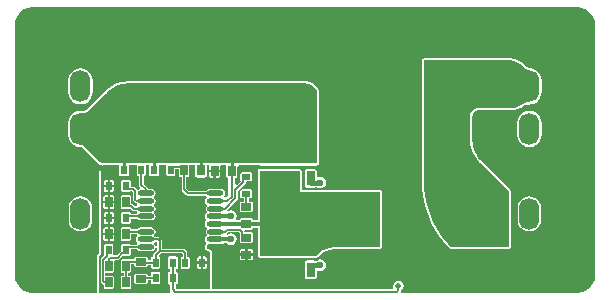
<source format=gtl>
G04 Layer_Physical_Order=1*
G04 Layer_Color=255*
%FSAX44Y44*%
%MOMM*%
G71*
G01*
G75*
G04:AMPARAMS|DCode=10|XSize=4.6mm|YSize=4.7mm|CornerRadius=0.023mm|HoleSize=0mm|Usage=FLASHONLY|Rotation=90.000|XOffset=0mm|YOffset=0mm|HoleType=Round|Shape=RoundedRectangle|*
%AMROUNDEDRECTD10*
21,1,4.6000,4.6540,0,0,90.0*
21,1,4.5540,4.7000,0,0,90.0*
1,1,0.0460,2.3270,2.2770*
1,1,0.0460,2.3270,-2.2770*
1,1,0.0460,-2.3270,-2.2770*
1,1,0.0460,-2.3270,2.2770*
%
%ADD10ROUNDEDRECTD10*%
G04:AMPARAMS|DCode=11|XSize=2.55mm|YSize=1.2mm|CornerRadius=0.006mm|HoleSize=0mm|Usage=FLASHONLY|Rotation=180.000|XOffset=0mm|YOffset=0mm|HoleType=Round|Shape=RoundedRectangle|*
%AMROUNDEDRECTD11*
21,1,2.5500,1.1880,0,0,180.0*
21,1,2.5380,1.2000,0,0,180.0*
1,1,0.0120,-1.2690,0.5940*
1,1,0.0120,1.2690,0.5940*
1,1,0.0120,1.2690,-0.5940*
1,1,0.0120,-1.2690,-0.5940*
%
%ADD11ROUNDEDRECTD11*%
G04:AMPARAMS|DCode=12|XSize=0.75mm|YSize=0.5mm|CornerRadius=0.0025mm|HoleSize=0mm|Usage=FLASHONLY|Rotation=0.000|XOffset=0mm|YOffset=0mm|HoleType=Round|Shape=RoundedRectangle|*
%AMROUNDEDRECTD12*
21,1,0.7500,0.4950,0,0,0.0*
21,1,0.7450,0.5000,0,0,0.0*
1,1,0.0050,0.3725,-0.2475*
1,1,0.0050,-0.3725,-0.2475*
1,1,0.0050,-0.3725,0.2475*
1,1,0.0050,0.3725,0.2475*
%
%ADD12ROUNDEDRECTD12*%
G04:AMPARAMS|DCode=13|XSize=0.75mm|YSize=0.5mm|CornerRadius=0.0025mm|HoleSize=0mm|Usage=FLASHONLY|Rotation=90.000|XOffset=0mm|YOffset=0mm|HoleType=Round|Shape=RoundedRectangle|*
%AMROUNDEDRECTD13*
21,1,0.7500,0.4950,0,0,90.0*
21,1,0.7450,0.5000,0,0,90.0*
1,1,0.0050,0.2475,0.3725*
1,1,0.0050,0.2475,-0.3725*
1,1,0.0050,-0.2475,-0.3725*
1,1,0.0050,-0.2475,0.3725*
%
%ADD13ROUNDEDRECTD13*%
G04:AMPARAMS|DCode=14|XSize=0.85mm|YSize=0.6mm|CornerRadius=0.003mm|HoleSize=0mm|Usage=FLASHONLY|Rotation=180.000|XOffset=0mm|YOffset=0mm|HoleType=Round|Shape=RoundedRectangle|*
%AMROUNDEDRECTD14*
21,1,0.8500,0.5940,0,0,180.0*
21,1,0.8440,0.6000,0,0,180.0*
1,1,0.0060,-0.4220,0.2970*
1,1,0.0060,0.4220,0.2970*
1,1,0.0060,0.4220,-0.2970*
1,1,0.0060,-0.4220,-0.2970*
%
%ADD14ROUNDEDRECTD14*%
G04:AMPARAMS|DCode=15|XSize=0.85mm|YSize=0.6mm|CornerRadius=0.003mm|HoleSize=0mm|Usage=FLASHONLY|Rotation=90.000|XOffset=0mm|YOffset=0mm|HoleType=Round|Shape=RoundedRectangle|*
%AMROUNDEDRECTD15*
21,1,0.8500,0.5940,0,0,90.0*
21,1,0.8440,0.6000,0,0,90.0*
1,1,0.0060,0.2970,0.4220*
1,1,0.0060,0.2970,-0.4220*
1,1,0.0060,-0.2970,-0.4220*
1,1,0.0060,-0.2970,0.4220*
%
%ADD15ROUNDEDRECTD15*%
G04:AMPARAMS|DCode=16|XSize=2.1mm|YSize=3.6mm|CornerRadius=0.0105mm|HoleSize=0mm|Usage=FLASHONLY|Rotation=180.000|XOffset=0mm|YOffset=0mm|HoleType=Round|Shape=RoundedRectangle|*
%AMROUNDEDRECTD16*
21,1,2.1000,3.5790,0,0,180.0*
21,1,2.0790,3.6000,0,0,180.0*
1,1,0.0210,-1.0395,1.7895*
1,1,0.0210,1.0395,1.7895*
1,1,0.0210,1.0395,-1.7895*
1,1,0.0210,-1.0395,-1.7895*
%
%ADD16ROUNDEDRECTD16*%
G04:AMPARAMS|DCode=17|XSize=2.1mm|YSize=3.6mm|CornerRadius=0.0105mm|HoleSize=0mm|Usage=FLASHONLY|Rotation=270.000|XOffset=0mm|YOffset=0mm|HoleType=Round|Shape=RoundedRectangle|*
%AMROUNDEDRECTD17*
21,1,2.1000,3.5790,0,0,270.0*
21,1,2.0790,3.6000,0,0,270.0*
1,1,0.0210,-1.7895,-1.0395*
1,1,0.0210,-1.7895,1.0395*
1,1,0.0210,1.7895,1.0395*
1,1,0.0210,1.7895,-1.0395*
%
%ADD17ROUNDEDRECTD17*%
%ADD18O,1.4000X0.4500*%
G04:AMPARAMS|DCode=19|XSize=1.1mm|YSize=1.1mm|CornerRadius=0.0055mm|HoleSize=0mm|Usage=FLASHONLY|Rotation=270.000|XOffset=0mm|YOffset=0mm|HoleType=Round|Shape=RoundedRectangle|*
%AMROUNDEDRECTD19*
21,1,1.1000,1.0890,0,0,270.0*
21,1,1.0890,1.1000,0,0,270.0*
1,1,0.0110,-0.5445,-0.5445*
1,1,0.0110,-0.5445,0.5445*
1,1,0.0110,0.5445,0.5445*
1,1,0.0110,0.5445,-0.5445*
%
%ADD19ROUNDEDRECTD19*%
G04:AMPARAMS|DCode=20|XSize=0.65mm|YSize=1.2mm|CornerRadius=0.0033mm|HoleSize=0mm|Usage=FLASHONLY|Rotation=0.000|XOffset=0mm|YOffset=0mm|HoleType=Round|Shape=RoundedRectangle|*
%AMROUNDEDRECTD20*
21,1,0.6500,1.1935,0,0,0.0*
21,1,0.6435,1.2000,0,0,0.0*
1,1,0.0065,0.3217,-0.5968*
1,1,0.0065,-0.3217,-0.5968*
1,1,0.0065,-0.3217,0.5968*
1,1,0.0065,0.3217,0.5968*
%
%ADD20ROUNDEDRECTD20*%
G04:AMPARAMS|DCode=21|XSize=0.254mm|YSize=0.508mm|CornerRadius=0.0013mm|HoleSize=0mm|Usage=FLASHONLY|Rotation=180.000|XOffset=0mm|YOffset=0mm|HoleType=Round|Shape=RoundedRectangle|*
%AMROUNDEDRECTD21*
21,1,0.2540,0.5055,0,0,180.0*
21,1,0.2515,0.5080,0,0,180.0*
1,1,0.0025,-0.1257,0.2527*
1,1,0.0025,0.1257,0.2527*
1,1,0.0025,0.1257,-0.2527*
1,1,0.0025,-0.1257,-0.2527*
%
%ADD21ROUNDEDRECTD21*%
%ADD22C,0.1270*%
%ADD23C,0.1524*%
%ADD24C,0.3048*%
%ADD25C,0.3810*%
%ADD26C,0.2032*%
%ADD27C,0.2540*%
%ADD28O,1.7000X2.7000*%
G04:AMPARAMS|DCode=29|XSize=2.7mm|YSize=1.7mm|CornerRadius=0.425mm|HoleSize=0mm|Usage=FLASHONLY|Rotation=270.000|XOffset=0mm|YOffset=0mm|HoleType=Round|Shape=RoundedRectangle|*
%AMROUNDEDRECTD29*
21,1,2.7000,0.8500,0,0,270.0*
21,1,1.8500,1.7000,0,0,270.0*
1,1,0.8500,-0.4250,-0.9250*
1,1,0.8500,-0.4250,0.9250*
1,1,0.8500,0.4250,0.9250*
1,1,0.8500,0.4250,-0.9250*
%
%ADD29ROUNDEDRECTD29*%
%ADD30C,3.0000*%
%ADD31O,3.2000X2.2000*%
%ADD32C,0.5000*%
%ADD33C,0.6000*%
%ADD34C,0.7000*%
G36*
X06780688Y08581389D02*
X06930699Y08581389D01*
X06930699Y08581389D01*
X06930699Y08581389D01*
X06930701D01*
X06931873Y08581342D01*
X06933470Y08581024D01*
X06935198Y08580308D01*
X06936754Y08579269D01*
X06938076Y08577946D01*
X06939116Y08576391D01*
X06939832Y08574663D01*
X06940197Y08572828D01*
X06940197Y08571893D01*
X06940197Y08513773D01*
X06939257D01*
Y08513633D01*
X06892256D01*
Y08513773D01*
X06761627Y08513773D01*
X06761296Y08513773D01*
X06760635D01*
X06758691Y08514160D01*
X06756859Y08514918D01*
X06755211Y08516019D01*
X06754510Y08516721D01*
X06742826Y08528403D01*
X06742826Y08528403D01*
X06742535Y08528666D01*
X06741884Y08529102D01*
X06741160Y08529402D01*
X06740392Y08529554D01*
X06740000Y08529574D01*
X06740000Y08556498D01*
X06742022Y08556498D01*
X06742705Y08556531D01*
X06743235Y08556637D01*
X06744044Y08556798D01*
X06745306Y08557321D01*
X06746442Y08558079D01*
X06746948Y08558538D01*
X06761254Y08572844D01*
X06762100Y08573690D01*
X06762100Y08573690D01*
X06762100Y08573690D01*
X06762100Y08573690D01*
X06763013Y08574603D01*
X06765010Y08576242D01*
X06767158Y08577677D01*
X06769435Y08578895D01*
X06771821Y08579883D01*
X06774293Y08580632D01*
X06776827Y08581136D01*
X06779397Y08581390D01*
X06780688Y08581389D01*
D02*
G37*
G36*
X07160000Y08645856D02*
X07161562Y08645856D01*
X07164625Y08645247D01*
X07167511Y08644052D01*
X07170108Y08642317D01*
X07172317Y08640108D01*
X07174052Y08637511D01*
X07175247Y08634625D01*
X07175856Y08631562D01*
X07175856Y08630000D01*
Y08420000D01*
X07175856Y08418438D01*
X07175247Y08415375D01*
X07174052Y08412489D01*
X07172317Y08409892D01*
X07170108Y08407683D01*
X07167511Y08405948D01*
X07164625Y08404753D01*
X07161562Y08404144D01*
X07012341D01*
X07011760Y08404939D01*
X07011578Y08405413D01*
X07011742Y08406236D01*
Y08406514D01*
X07012230Y08406840D01*
X07013181Y08408262D01*
X07013514Y08409940D01*
X07013181Y08411618D01*
X07012230Y08413040D01*
X07010807Y08413990D01*
X07009130Y08414324D01*
X07007452Y08413990D01*
X07006030Y08413040D01*
X07005079Y08411618D01*
X07004746Y08409940D01*
X07004984Y08408742D01*
X07004196Y08407472D01*
X06851335D01*
X06851335Y08438832D01*
X06851300Y08439009D01*
Y08439189D01*
X06851231Y08439357D01*
X06851196Y08439534D01*
X06851095Y08439684D01*
X06851026Y08439851D01*
X06850898Y08439979D01*
X06850798Y08440129D01*
X06850648Y08440229D01*
X06850519Y08440358D01*
X06850353Y08440427D01*
X06850203Y08440527D01*
X06850025Y08440562D01*
X06849858Y08440632D01*
X06848636Y08440875D01*
X06847903Y08441364D01*
X06847414Y08442097D01*
X06847242Y08442961D01*
X06847414Y08443825D01*
X06847706Y08444261D01*
X06847804Y08444500D01*
X06847928Y08444725D01*
X06848203Y08445590D01*
X06849500Y08445331D01*
X06859000D01*
X06860580Y08445646D01*
X06861218Y08446072D01*
X06863705D01*
X06863754Y08446000D01*
X06865341Y08444940D01*
X06867214Y08444567D01*
X06869087Y08444940D01*
X06870674Y08446000D01*
X06871735Y08447588D01*
X06872108Y08449461D01*
X06871735Y08451334D01*
X06870674Y08452922D01*
X06869087Y08453983D01*
X06867214Y08454355D01*
X06865341Y08453983D01*
X06864373Y08453336D01*
X06864327Y08453357D01*
X06864156Y08453830D01*
X06864140Y08454845D01*
X06864978Y08455683D01*
X06873884D01*
X06875084Y08454484D01*
X06874837Y08453889D01*
Y08447949D01*
X06875249Y08446954D01*
X06876244Y08446541D01*
X06884684D01*
X06885679Y08446954D01*
X06886091Y08447949D01*
Y08453889D01*
X06885679Y08454883D01*
X06884684Y08455295D01*
X06879238D01*
X06878635Y08456420D01*
X06878956Y08457338D01*
X06879175Y08457625D01*
X06884684D01*
X06885398Y08457767D01*
X06886003Y08458171D01*
X06886408Y08458777D01*
X06886467Y08459072D01*
X06889885D01*
X06889885Y08436498D01*
X06890024Y08435795D01*
X06890422Y08435200D01*
X06891320Y08434302D01*
X06891916Y08433904D01*
X06892618Y08433765D01*
X06939666Y08433765D01*
X06939975Y08433826D01*
X06940284Y08433872D01*
X06940323Y08433896D01*
X06940368Y08433904D01*
X06940629Y08434079D01*
X06940898Y08434240D01*
X06941772Y08435032D01*
X06942635Y08435814D01*
X06946490Y08438390D01*
X06950731Y08440147D01*
X06955279Y08441051D01*
X06957574Y08441164D01*
X06993320Y08441165D01*
X06994022Y08441304D01*
X06994618Y08441702D01*
X06995016Y08442298D01*
X06995155Y08443000D01*
X06995155Y08489442D01*
X06995016Y08490144D01*
X06994618Y08490740D01*
X06994022Y08491138D01*
X06993320Y08491277D01*
X06992892D01*
X06992577Y08491340D01*
X06946037D01*
X06945723Y08491277D01*
X06928308Y08491277D01*
X06927410Y08492175D01*
X06927410Y08506352D01*
X06927271Y08507054D01*
X06927173Y08507201D01*
X06927050Y08507816D01*
X06926646Y08508422D01*
X06926039Y08508828D01*
X06925324Y08508970D01*
X06925258D01*
X06924677Y08509085D01*
X06891720Y08509085D01*
X06891018Y08508945D01*
X06890422Y08508547D01*
X06890024Y08507952D01*
X06889885Y08507250D01*
X06889885Y08465850D01*
X06886467D01*
X06886408Y08466145D01*
X06886003Y08466750D01*
X06885398Y08467155D01*
X06884684Y08467297D01*
X06876244D01*
X06875530Y08467155D01*
X06874925Y08466750D01*
X06874520Y08466145D01*
X06874462Y08465850D01*
X06872437D01*
X06871703Y08466891D01*
X06871742Y08467120D01*
X06872108Y08468961D01*
X06871735Y08470834D01*
X06870674Y08472421D01*
X06869087Y08473483D01*
X06867214Y08473855D01*
X06865341Y08473483D01*
X06864941Y08473215D01*
X06864132Y08474202D01*
X06872596Y08482665D01*
X06873045Y08483337D01*
X06873203Y08484131D01*
X06873203Y08484131D01*
Y08490584D01*
X06879277Y08496658D01*
X06879277Y08496658D01*
X06879726Y08497331D01*
X06879884Y08498124D01*
X06880959Y08498627D01*
X06884189D01*
X06885180Y08499037D01*
X06885591Y08500029D01*
Y08504979D01*
X06885180Y08505970D01*
X06884189Y08506380D01*
X06876739D01*
X06875748Y08505970D01*
X06875338Y08504979D01*
Y08500029D01*
X06875740Y08499056D01*
Y08498982D01*
X06872127Y08495369D01*
X06870954Y08495854D01*
Y08501390D01*
X06871053D01*
X06871767Y08501532D01*
X06872372Y08501937D01*
X06872776Y08502542D01*
X06872919Y08503256D01*
Y08510668D01*
X06874089Y08511937D01*
X06891557D01*
X06892256Y08511798D01*
X06939257D01*
X06939956Y08511937D01*
X06940197D01*
X06940899Y08512077D01*
X06941494Y08512475D01*
X06941892Y08513071D01*
X06942032Y08513773D01*
X06942032Y08571893D01*
X06942032Y08572828D01*
X06941996Y08573005D01*
Y08573186D01*
X06941631Y08575021D01*
X06941562Y08575188D01*
X06941527Y08575365D01*
X06940811Y08577094D01*
X06940710Y08577244D01*
X06940641Y08577411D01*
X06939602Y08578966D01*
X06939474Y08579094D01*
X06939374Y08579244D01*
X06938051Y08580567D01*
X06937901Y08580667D01*
X06937773Y08580795D01*
X06936218Y08581834D01*
X06936050Y08581904D01*
X06935900Y08582004D01*
X06934172Y08582720D01*
X06933995Y08582755D01*
X06933828Y08582824D01*
X06932231Y08583142D01*
X06932087D01*
X06931946Y08583176D01*
X06930775Y08583223D01*
X06930737Y08583217D01*
X06930701Y08583224D01*
X06930700D01*
X06930699Y08583224D01*
X06780688Y08583224D01*
X06779397Y08583225D01*
X06779308Y08583207D01*
X06779217Y08583216D01*
X06776647Y08582963D01*
X06776559Y08582936D01*
X06776469D01*
X06773935Y08582433D01*
X06773851Y08582398D01*
X06773760Y08582389D01*
X06771289Y08581639D01*
X06771208Y08581596D01*
X06771119Y08581578D01*
X06768733Y08580590D01*
X06768657Y08580540D01*
X06768570Y08580513D01*
X06766292Y08579296D01*
X06766222Y08579238D01*
X06766138Y08579203D01*
X06763990Y08577768D01*
X06763926Y08577703D01*
X06763845Y08577661D01*
X06761849Y08576022D01*
X06761791Y08575952D01*
X06761715Y08575901D01*
X06760802Y08574988D01*
X06759957Y08574142D01*
X06759956Y08574142D01*
X06745682Y08559868D01*
X06745309Y08559530D01*
X06744437Y08558947D01*
X06743509Y08558563D01*
X06742877Y08558437D01*
X06742877Y08558437D01*
X06742480Y08558358D01*
X06741977Y08558333D01*
X06740423Y08558333D01*
X06740000Y08558389D01*
X06737311Y08558035D01*
X06734805Y08556997D01*
X06732654Y08555346D01*
X06731003Y08553195D01*
X06729965Y08550689D01*
X06729611Y08548000D01*
Y08538000D01*
X06729965Y08535311D01*
X06731003Y08532806D01*
X06732654Y08530654D01*
X06734805Y08529003D01*
X06737311Y08527965D01*
X06740000Y08527611D01*
X06740455Y08527671D01*
X06740625Y08527637D01*
X06741014Y08527476D01*
X06741403Y08527216D01*
X06741561Y08527073D01*
X06753212Y08515422D01*
X06753913Y08514722D01*
X06754063Y08514621D01*
X06754191Y08514493D01*
X06755811Y08513412D01*
X06755840Y08513390D01*
X06756093Y08512768D01*
X06756184Y08512186D01*
X06756098Y08511872D01*
X06755762Y08511370D01*
X06755623Y08510668D01*
X06755623Y08437920D01*
X06754086Y08436384D01*
X06753688Y08435789D01*
X06753549Y08435086D01*
X06753549Y08404144D01*
X06698438D01*
X06695375Y08404753D01*
X06692489Y08405948D01*
X06689892Y08407683D01*
X06687683Y08409892D01*
X06685948Y08412489D01*
X06684753Y08415375D01*
X06684144Y08418438D01*
X06684144Y08420000D01*
Y08630000D01*
X06684144Y08631562D01*
X06684753Y08634625D01*
X06685948Y08637511D01*
X06687683Y08640108D01*
X06689892Y08642317D01*
X06692489Y08644052D01*
X06695375Y08645247D01*
X06698438Y08645856D01*
X06700000D01*
X07160000Y08645856D01*
D02*
G37*
G36*
X06837205Y08511937D02*
Y08503583D01*
X06837346Y08502869D01*
X06837751Y08502264D01*
X06838356Y08501860D01*
X06839070Y08501718D01*
X06845010D01*
X06845724Y08501860D01*
X06846329Y08502264D01*
X06846734Y08502869D01*
X06846876Y08503583D01*
Y08511937D01*
X06848830D01*
X06849028Y08511696D01*
Y08508492D01*
X06853582D01*
X06858137D01*
Y08510668D01*
X06859307Y08511937D01*
X06863049D01*
X06863247Y08511696D01*
Y08503256D01*
X06863389Y08502542D01*
X06863793Y08501937D01*
X06864399Y08501532D01*
X06865113Y08501390D01*
X06865212D01*
Y08486772D01*
X06863364Y08484924D01*
X06862267Y08485005D01*
X06861669Y08486119D01*
X06862316Y08487087D01*
X06862589Y08488461D01*
X06862316Y08489835D01*
X06861538Y08490999D01*
X06860374Y08491777D01*
X06859000Y08492050D01*
X06849500D01*
X06848127Y08491777D01*
X06846962Y08490999D01*
X06846564Y08490403D01*
X06831826D01*
X06829482Y08492747D01*
Y08502177D01*
X06830510D01*
X06831505Y08502589D01*
X06831917Y08503583D01*
Y08511937D01*
X06837205D01*
D02*
G37*
G36*
X06924677Y08507250D02*
X06925575Y08506352D01*
X06925575Y08489442D01*
X06993320Y08489442D01*
X06993320Y08443000D01*
X06957530Y08442999D01*
X06955054Y08442878D01*
X06950196Y08441912D01*
X06945621Y08440016D01*
X06941503Y08437265D01*
X06940540Y08436392D01*
X06939666Y08435600D01*
Y08435600D01*
X06939666Y08435600D01*
X06892618Y08435600D01*
X06891720Y08436498D01*
X06891720Y08507250D01*
X06924677Y08507250D01*
D02*
G37*
G36*
X06772619Y08511938D02*
Y08504578D01*
X06772761Y08503867D01*
X06773165Y08503263D01*
X06773768Y08502859D01*
X06774480Y08502718D01*
X06779430D01*
X06780142Y08502859D01*
X06780746Y08503263D01*
X06781149Y08503867D01*
X06781291Y08504578D01*
Y08511938D01*
X06787578Y08511937D01*
Y08504578D01*
X06787989Y08503587D01*
X06788980Y08503177D01*
X06789513D01*
Y08495513D01*
X06789661Y08494770D01*
X06790082Y08494139D01*
X06790998Y08493223D01*
X06790706Y08492518D01*
X06790396Y08492029D01*
X06789127Y08491777D01*
X06788593Y08491420D01*
X06787750Y08491588D01*
X06787750Y08491588D01*
X06785914Y08493423D01*
X06785284Y08493845D01*
X06784541Y08493992D01*
X06782335D01*
Y08498381D01*
X06781924Y08499372D01*
X06780933Y08499783D01*
X06775983D01*
X06774991Y08499372D01*
X06774581Y08498381D01*
Y08490931D01*
X06774991Y08489940D01*
X06775983Y08489529D01*
X06780933D01*
X06781924Y08489940D01*
X06781993Y08490107D01*
X06783737D01*
X06784403Y08489441D01*
Y08483098D01*
X06784551Y08482354D01*
X06784972Y08481724D01*
X06786108Y08480588D01*
X06786738Y08480167D01*
X06787482Y08480018D01*
X06787565D01*
X06787914Y08479495D01*
X06788078Y08479136D01*
Y08478461D01*
X06787302Y08477553D01*
X06785977Y08477520D01*
X06784373Y08479124D01*
X06783743Y08479545D01*
X06783000Y08479692D01*
X06782834D01*
Y08485333D01*
X06782422Y08486329D01*
X06781428Y08486741D01*
X06775488D01*
X06774493Y08486329D01*
X06774080Y08485333D01*
Y08476893D01*
X06774493Y08475898D01*
X06775488Y08475486D01*
X06781428D01*
X06782198Y08475806D01*
X06783915Y08474088D01*
X06784546Y08473666D01*
X06785289Y08473519D01*
X06787565D01*
X06787915Y08472994D01*
X06788078Y08472637D01*
Y08471960D01*
X06787173Y08470903D01*
X06782335D01*
Y08471296D01*
X06781924Y08472287D01*
X06780933Y08472698D01*
X06775983D01*
X06774991Y08472287D01*
X06774581Y08471296D01*
Y08463846D01*
X06774991Y08462855D01*
X06775983Y08462444D01*
X06780933D01*
X06781924Y08462855D01*
X06782335Y08463846D01*
Y08467018D01*
X06787565D01*
X06787962Y08466423D01*
X06789127Y08465645D01*
X06790500Y08465372D01*
X06800000D01*
X06801373Y08465645D01*
X06802538Y08466423D01*
X06803316Y08467587D01*
X06803589Y08468961D01*
X06803316Y08470334D01*
X06802538Y08471498D01*
X06802422Y08471576D01*
Y08472846D01*
X06802538Y08472923D01*
X06803316Y08474088D01*
X06803589Y08475461D01*
X06803316Y08476834D01*
X06802585Y08477927D01*
X06802422Y08478286D01*
Y08479136D01*
X06802585Y08479495D01*
X06803316Y08480588D01*
X06803589Y08481961D01*
X06803316Y08483334D01*
X06802538Y08484499D01*
X06802422Y08484576D01*
Y08485846D01*
X06802538Y08485923D01*
X06803316Y08487087D01*
X06803589Y08488461D01*
X06803316Y08489835D01*
X06802538Y08490999D01*
X06801373Y08491777D01*
X06800000Y08492050D01*
X06797098D01*
X06797009Y08492498D01*
X06796588Y08493127D01*
X06793397Y08496318D01*
Y08503177D01*
X06793930D01*
X06794921Y08503587D01*
X06795332Y08504578D01*
Y08511937D01*
X06797662D01*
Y08504578D01*
X06797803Y08503867D01*
X06798207Y08503263D01*
X06798810Y08502859D01*
X06799523Y08502718D01*
X06804473D01*
X06805185Y08502859D01*
X06805789Y08503263D01*
X06806191Y08503867D01*
X06806334Y08504578D01*
Y08511937D01*
X06812621D01*
Y08504578D01*
X06813032Y08503587D01*
X06814023Y08503177D01*
X06818973D01*
X06819964Y08503587D01*
X06820374Y08504578D01*
Y08509058D01*
X06823163D01*
Y08503583D01*
X06823575Y08502589D01*
X06824570Y08502177D01*
X06825598D01*
Y08491942D01*
X06825746Y08491199D01*
X06826167Y08490569D01*
X06829648Y08487087D01*
X06830278Y08486666D01*
X06831022Y08486519D01*
X06845901D01*
X06846713Y08485310D01*
X06846474Y08484722D01*
X06845685Y08483541D01*
X06845371Y08481961D01*
X06845685Y08480381D01*
X06846474Y08479200D01*
X06846962Y08477999D01*
X06846185Y08476834D01*
X06845911Y08475461D01*
X06846185Y08474088D01*
X06846962Y08472923D01*
X06846474Y08471722D01*
X06845685Y08470541D01*
X06845371Y08468961D01*
X06845685Y08467381D01*
X06846580Y08466041D01*
Y08465381D01*
X06845685Y08464041D01*
X06845371Y08462461D01*
X06845685Y08460881D01*
X06846474Y08459700D01*
X06846962Y08458499D01*
X06846185Y08457335D01*
X06845911Y08455961D01*
X06846185Y08454587D01*
X06846962Y08453423D01*
X06846474Y08452222D01*
X06845685Y08451041D01*
X06845371Y08449461D01*
X06845685Y08447881D01*
X06846180Y08447141D01*
X06846475Y08446211D01*
X06846180Y08445281D01*
X06845685Y08444541D01*
X06845371Y08442961D01*
X06845685Y08441381D01*
X06846580Y08440041D01*
X06847920Y08439146D01*
X06849500Y08438832D01*
X06849500Y08407472D01*
X06821472D01*
X06820655Y08408289D01*
Y08411068D01*
X06821230Y08411182D01*
X06821833Y08411585D01*
X06822237Y08412189D01*
X06822379Y08412901D01*
Y08420351D01*
X06822237Y08421063D01*
X06821833Y08421667D01*
X06821230Y08422070D01*
X06820655Y08422184D01*
Y08424110D01*
X06821230Y08424224D01*
X06821833Y08424628D01*
X06822237Y08425231D01*
X06822379Y08425944D01*
Y08433394D01*
X06822237Y08434105D01*
X06821833Y08434709D01*
X06821230Y08435112D01*
X06820518Y08435254D01*
X06815568D01*
X06814855Y08435112D01*
X06814252Y08434709D01*
X06813848Y08434105D01*
X06813707Y08433394D01*
Y08425944D01*
X06813848Y08425231D01*
X06814252Y08424628D01*
X06814855Y08424224D01*
X06815430Y08424110D01*
Y08422184D01*
X06814855Y08422070D01*
X06814252Y08421667D01*
X06813848Y08421063D01*
X06813707Y08420351D01*
Y08412901D01*
X06813848Y08412189D01*
X06814252Y08411585D01*
X06814855Y08411182D01*
X06815430Y08411068D01*
Y08407208D01*
X06815629Y08406208D01*
X06816160Y08405413D01*
X06816048Y08404855D01*
X06815753Y08404144D01*
X06755384D01*
X06755384Y08435086D01*
X06757458Y08437160D01*
X06757458Y08510668D01*
X06758728Y08511938D01*
X06772619D01*
D02*
G37*
%LPC*%
G36*
X07103651Y08602928D02*
X07101815Y08602928D01*
X07101815Y08602928D01*
X07031228Y08602927D01*
X07030526Y08602787D01*
X07029930Y08602390D01*
X07029532Y08601794D01*
X07029393Y08601092D01*
X07029393Y08497422D01*
Y08493638D01*
X07029410Y08493549D01*
X07029402Y08493459D01*
X07030143Y08485928D01*
X07030170Y08485840D01*
Y08485750D01*
X07031646Y08478327D01*
X07031681Y08478243D01*
X07031690Y08478152D01*
X07033887Y08470911D01*
X07033930Y08470831D01*
X07033948Y08470741D01*
X07036844Y08463749D01*
X07036894Y08463674D01*
X07036921Y08463587D01*
X07040488Y08456913D01*
X07040546Y08456843D01*
X07040580Y08456758D01*
X07044785Y08450466D01*
X07044849Y08450402D01*
X07044893Y08450322D01*
X07049693Y08444471D01*
X07049764Y08444414D01*
X07049814Y08444338D01*
X07051649Y08442503D01*
X07051649Y08442503D01*
X07051649Y08442503D01*
X07052490Y08441663D01*
X07052490Y08441663D01*
X07052490D01*
X07052490Y08441663D01*
X07052631Y08441569D01*
X07053085Y08441265D01*
X07053787Y08441125D01*
X07102491Y08441126D01*
X07103193Y08441265D01*
X07103788Y08441663D01*
X07104186Y08442259D01*
X07104326Y08442961D01*
X07104326Y08490010D01*
X07104186Y08490712D01*
X07103788Y08491307D01*
X07079561Y08515534D01*
X07078651Y08516490D01*
X07076963Y08518547D01*
X07075497Y08520740D01*
X07074254Y08523067D01*
X07073244Y08525505D01*
X07072479Y08528029D01*
X07071964Y08530617D01*
X07071703Y08533265D01*
X07071671Y08534584D01*
X07071671Y08553404D01*
X07071697Y08553943D01*
X07071916Y08555042D01*
X07072327Y08556036D01*
X07072925Y08556930D01*
X07073686Y08557690D01*
X07074580Y08558288D01*
X07075574Y08558700D01*
X07076673Y08558918D01*
X07077217Y08558945D01*
X07106119Y08558945D01*
X07107227Y08558945D01*
X07107404Y08558981D01*
X07107585D01*
X07109759Y08559413D01*
X07109926Y08559482D01*
X07110103Y08559517D01*
X07112151Y08560366D01*
X07112301Y08560466D01*
X07112468Y08560535D01*
X07114312Y08561767D01*
X07114439Y08561895D01*
X07114589Y08561995D01*
X07115341Y08562747D01*
X07115533Y08562921D01*
X07116000Y08563233D01*
X07116477Y08563430D01*
X07117028Y08563540D01*
X07117287Y08563553D01*
X07119852Y08563553D01*
X07120292Y08563640D01*
X07122759Y08563965D01*
X07125264Y08565003D01*
X07127416Y08566654D01*
X07129067Y08568806D01*
X07130105Y08571311D01*
X07130459Y08574000D01*
Y08584000D01*
X07130105Y08586689D01*
X07129067Y08589194D01*
X07127416Y08591346D01*
X07125264Y08592997D01*
X07122759Y08594035D01*
X07121582Y08594189D01*
X07121534Y08594225D01*
X07121490Y08594236D01*
X07121452Y08594261D01*
X07121144Y08594323D01*
X07120840Y08594399D01*
X07120340Y08594424D01*
X07119403Y08594610D01*
X07118563Y08594958D01*
X07117769Y08595488D01*
X07117432Y08595795D01*
X07116297Y08596929D01*
X07116297Y08596929D01*
X07116297Y08596929D01*
X07114999Y08598228D01*
X07114848Y08598328D01*
X07114720Y08598456D01*
X07111666Y08600496D01*
X07111500Y08600566D01*
X07111349Y08600666D01*
X07107956Y08602072D01*
X07107778Y08602107D01*
X07107612Y08602176D01*
X07104009Y08602892D01*
X07103829D01*
X07103651Y08602928D01*
D02*
G37*
G36*
X06740000Y08594389D02*
X06737311Y08594035D01*
X06734805Y08592997D01*
X06732654Y08591346D01*
X06731003Y08589194D01*
X06729965Y08586689D01*
X06729611Y08584000D01*
Y08574000D01*
X06729965Y08571311D01*
X06731003Y08568806D01*
X06732654Y08566654D01*
X06734805Y08565003D01*
X06737311Y08563965D01*
X06740000Y08563611D01*
X06742689Y08563965D01*
X06745195Y08565003D01*
X06747346Y08566654D01*
X06748997Y08568806D01*
X06750035Y08571311D01*
X06750389Y08574000D01*
Y08584000D01*
X06750035Y08586689D01*
X06748997Y08589194D01*
X06747346Y08591346D01*
X06745195Y08592997D01*
X06742689Y08594035D01*
X06740000Y08594389D01*
D02*
G37*
G36*
X07120070Y08558389D02*
X07117381Y08558035D01*
X07114875Y08556997D01*
X07112724Y08555346D01*
X07111073Y08553195D01*
X07110035Y08550689D01*
X07109681Y08548000D01*
Y08538000D01*
X07110035Y08535311D01*
X07111073Y08532806D01*
X07112724Y08530654D01*
X07114875Y08529003D01*
X07117381Y08527965D01*
X07120070Y08527611D01*
X07122759Y08527965D01*
X07125264Y08529003D01*
X07127416Y08530654D01*
X07129067Y08532806D01*
X07130105Y08535311D01*
X07130459Y08538000D01*
Y08548000D01*
X07130105Y08550689D01*
X07129067Y08553195D01*
X07127416Y08555346D01*
X07125264Y08556997D01*
X07122759Y08558035D01*
X07120070Y08558389D01*
D02*
G37*
G36*
X06938024Y08508970D02*
X06931589D01*
X06930874Y08508828D01*
X06930268Y08508422D01*
X06929863Y08507816D01*
X06929720Y08507101D01*
Y08495166D01*
X06929863Y08494451D01*
X06930268Y08493845D01*
X06930874Y08493440D01*
X06931589Y08493298D01*
X06938024D01*
X06938739Y08493440D01*
X06939162Y08493723D01*
X06939934D01*
X06941047Y08492979D01*
X06942920Y08492606D01*
X06944793Y08492979D01*
X06946381Y08494039D01*
X06947441Y08495627D01*
X06947814Y08497500D01*
X06947441Y08499373D01*
X06946381Y08500961D01*
X06944793Y08502021D01*
X06942920Y08502394D01*
X06941163Y08502045D01*
X06940969Y08502073D01*
X06939893Y08502777D01*
Y08507101D01*
X06939750Y08507816D01*
X06939345Y08508422D01*
X06938739Y08508828D01*
X06938024Y08508970D01*
D02*
G37*
G36*
X06884189Y08491880D02*
X06876739D01*
X06875748Y08491470D01*
X06875338Y08490479D01*
Y08485529D01*
X06875748Y08484537D01*
X06876739Y08484127D01*
X06878522D01*
Y08481338D01*
X06876244D01*
X06875249Y08480926D01*
X06874837Y08479931D01*
Y08473991D01*
X06875249Y08472996D01*
X06876244Y08472584D01*
X06884684D01*
X06885679Y08472996D01*
X06886091Y08473991D01*
Y08479931D01*
X06885679Y08480926D01*
X06884684Y08481338D01*
X06882407D01*
Y08484127D01*
X06884189D01*
X06885180Y08484537D01*
X06885591Y08485529D01*
Y08490479D01*
X06885180Y08491470D01*
X06884189Y08491880D01*
D02*
G37*
G36*
X07120070Y08485854D02*
X07117520Y08485519D01*
X07115143Y08484534D01*
X07113102Y08482968D01*
X07111536Y08480927D01*
X07110552Y08478550D01*
X07110216Y08476000D01*
Y08466000D01*
X07110552Y08463450D01*
X07111536Y08461073D01*
X07113102Y08459032D01*
X07115143Y08457466D01*
X07117520Y08456481D01*
X07120070Y08456146D01*
X07122620Y08456481D01*
X07124997Y08457466D01*
X07127038Y08459032D01*
X07128604Y08461073D01*
X07129589Y08463450D01*
X07129924Y08466000D01*
Y08476000D01*
X07129589Y08478550D01*
X07128604Y08480927D01*
X07127038Y08482968D01*
X07124997Y08484534D01*
X07122620Y08485519D01*
X07120070Y08485854D01*
D02*
G37*
G36*
X06740000D02*
X06737449Y08485519D01*
X06735073Y08484534D01*
X06733032Y08482968D01*
X06731466Y08480927D01*
X06730482Y08478550D01*
X06730146Y08476000D01*
Y08466000D01*
X06730482Y08463450D01*
X06731466Y08461073D01*
X06733032Y08459032D01*
X06735073Y08457466D01*
X06737449Y08456481D01*
X06740000Y08456146D01*
X06742551Y08456481D01*
X06744927Y08457466D01*
X06746968Y08459032D01*
X06748534Y08461073D01*
X06749518Y08463450D01*
X06749854Y08466000D01*
Y08476000D01*
X06749518Y08478550D01*
X06748534Y08480927D01*
X06746968Y08482968D01*
X06744927Y08484534D01*
X06742551Y08485519D01*
X06740000Y08485854D01*
D02*
G37*
G36*
X06884684Y08440973D02*
X06881480D01*
Y08437435D01*
X06886268D01*
Y08439388D01*
X06886148Y08439995D01*
X06885804Y08440509D01*
X06885291Y08440852D01*
X06884684Y08440973D01*
D02*
G37*
G36*
X06879448D02*
X06876244D01*
X06875638Y08440852D01*
X06875124Y08440509D01*
X06874780Y08439995D01*
X06874659Y08439388D01*
Y08437435D01*
X06879448D01*
Y08440973D01*
D02*
G37*
G36*
X06886268Y08435403D02*
X06881480D01*
Y08431864D01*
X06884684D01*
X06885291Y08431985D01*
X06885804Y08432328D01*
X06886148Y08432842D01*
X06886268Y08433448D01*
Y08435403D01*
D02*
G37*
G36*
X06879448D02*
X06874659D01*
Y08433448D01*
X06874780Y08432842D01*
X06875124Y08432328D01*
X06875638Y08431985D01*
X06876244Y08431864D01*
X06879448D01*
Y08435403D01*
D02*
G37*
G36*
X06942920Y08432394D02*
X06941047Y08432021D01*
X06939934Y08431277D01*
X06938869D01*
X06938739Y08431364D01*
X06938024Y08431506D01*
X06931589D01*
X06930874Y08431364D01*
X06930268Y08430959D01*
X06929863Y08430353D01*
X06929720Y08429638D01*
Y08417703D01*
X06929863Y08416988D01*
X06930268Y08416382D01*
X06930874Y08415977D01*
X06931589Y08415835D01*
X06938024D01*
X06938739Y08415977D01*
X06939345Y08416382D01*
X06939750Y08416988D01*
X06939893Y08417703D01*
Y08422223D01*
X06940969Y08422927D01*
X06941163Y08422955D01*
X06942920Y08422606D01*
X06944793Y08422979D01*
X06946381Y08424039D01*
X06947441Y08425627D01*
X06947814Y08427500D01*
X06947441Y08429373D01*
X06946381Y08430961D01*
X06944793Y08432021D01*
X06942920Y08432394D01*
D02*
G37*
%LPD*%
G36*
X07107253Y08600376D02*
X07110647Y08598970D01*
X07113701Y08596930D01*
X07114999Y08595632D01*
X07116165Y08594465D01*
Y08594465D01*
X07116637Y08594038D01*
X07117693Y08593331D01*
X07118868Y08592845D01*
X07120115Y08592597D01*
X07120750Y08592566D01*
Y08566286D01*
X07119852Y08565388D01*
X07117241Y08565388D01*
X07117241Y08565388D01*
X07116802Y08565366D01*
X07115941Y08565195D01*
X07115131Y08564859D01*
X07114401Y08564371D01*
X07114075Y08564077D01*
X07114075Y08564077D01*
X07113292Y08563293D01*
X07111449Y08562061D01*
X07109401Y08561213D01*
X07107227Y08560781D01*
X07106119Y08560781D01*
X07077166Y08560781D01*
X07077166Y08560780D01*
X07076448Y08560745D01*
X07075038Y08560464D01*
X07073710Y08559915D01*
X07072516Y08559116D01*
X07071500Y08558100D01*
X07070701Y08556905D01*
X07070151Y08555577D01*
X07069871Y08554168D01*
X07069835Y08553449D01*
X07069835Y08534562D01*
X07069870Y08533152D01*
X07070146Y08530347D01*
X07070696Y08527583D01*
X07071514Y08524886D01*
X07072593Y08522281D01*
X07073922Y08519796D01*
X07075487Y08517452D01*
X07077275Y08515273D01*
X07078248Y08514253D01*
X07102491Y08490010D01*
X07102491Y08442961D01*
X07053787Y08442960D01*
X07053787Y08442960D01*
X07053787Y08442960D01*
X07052947Y08443801D01*
X07051112Y08445636D01*
X07046311Y08451486D01*
X07042106Y08457778D01*
X07038539Y08464452D01*
X07035643Y08471443D01*
X07033447Y08478685D01*
X07031970Y08486107D01*
X07031228Y08493638D01*
Y08497422D01*
X07031228Y08601092D01*
X07101815Y08601093D01*
X07101815Y08601093D01*
X07101815Y08601093D01*
X07103651Y08601093D01*
X07107253Y08600376D01*
D02*
G37*
%LPC*%
G36*
X06858137Y08506460D02*
X06854598D01*
Y08501672D01*
X06856553D01*
X06857159Y08501792D01*
X06857673Y08502136D01*
X06858016Y08502650D01*
X06858137Y08503256D01*
Y08506460D01*
D02*
G37*
G36*
X06852567D02*
X06849028D01*
Y08503256D01*
X06849149Y08502650D01*
X06849492Y08502136D01*
X06850006Y08501792D01*
X06850613Y08501672D01*
X06852567D01*
Y08506460D01*
D02*
G37*
G36*
X06766432Y08499960D02*
X06764973D01*
Y08495672D01*
X06768012D01*
Y08498381D01*
X06767892Y08498986D01*
X06767549Y08499498D01*
X06767037Y08499840D01*
X06766432Y08499960D01*
D02*
G37*
G36*
X06762941D02*
X06761483D01*
X06760878Y08499840D01*
X06760366Y08499498D01*
X06760023Y08498986D01*
X06759903Y08498381D01*
Y08495672D01*
X06762941D01*
Y08499960D01*
D02*
G37*
G36*
X06768012Y08493640D02*
X06764973D01*
Y08489352D01*
X06766432D01*
X06767037Y08489472D01*
X06767549Y08489814D01*
X06767892Y08490327D01*
X06768012Y08490931D01*
Y08493640D01*
D02*
G37*
G36*
X06762941D02*
X06759903D01*
Y08490931D01*
X06760023Y08490327D01*
X06760366Y08489814D01*
X06760878Y08489472D01*
X06761483Y08489352D01*
X06762941D01*
Y08493640D01*
D02*
G37*
G36*
X06766927Y08486918D02*
X06764974D01*
Y08482130D01*
X06768512D01*
Y08485333D01*
X06768391Y08485940D01*
X06768048Y08486454D01*
X06767534Y08486797D01*
X06766927Y08486918D01*
D02*
G37*
G36*
X06762942D02*
X06760988D01*
X06760381Y08486797D01*
X06759867Y08486454D01*
X06759524Y08485940D01*
X06759403Y08485333D01*
Y08482130D01*
X06762942D01*
Y08486918D01*
D02*
G37*
G36*
X06768512Y08480098D02*
X06764974D01*
Y08475309D01*
X06766927D01*
X06767534Y08475430D01*
X06768048Y08475773D01*
X06768391Y08476287D01*
X06768512Y08476893D01*
Y08480098D01*
D02*
G37*
G36*
X06762942D02*
X06759403D01*
Y08476893D01*
X06759524Y08476287D01*
X06759867Y08475773D01*
X06760381Y08475430D01*
X06760988Y08475309D01*
X06762942D01*
Y08480098D01*
D02*
G37*
G36*
X06766432Y08472875D02*
X06764973D01*
Y08468587D01*
X06768012D01*
Y08471296D01*
X06767892Y08471901D01*
X06767549Y08472413D01*
X06767037Y08472755D01*
X06766432Y08472875D01*
D02*
G37*
G36*
X06762941D02*
X06761483D01*
X06760878Y08472755D01*
X06760366Y08472413D01*
X06760023Y08471901D01*
X06759903Y08471296D01*
Y08468587D01*
X06762941D01*
Y08472875D01*
D02*
G37*
G36*
X06768012Y08466555D02*
X06764973D01*
Y08462267D01*
X06766432D01*
X06767037Y08462387D01*
X06767549Y08462729D01*
X06767892Y08463242D01*
X06768012Y08463846D01*
Y08466555D01*
D02*
G37*
G36*
X06762941D02*
X06759903D01*
Y08463846D01*
X06760023Y08463242D01*
X06760366Y08462729D01*
X06760878Y08462387D01*
X06761483Y08462267D01*
X06762941D01*
Y08466555D01*
D02*
G37*
G36*
X06766927Y08459833D02*
X06764974D01*
Y08455045D01*
X06768512D01*
Y08458248D01*
X06768391Y08458855D01*
X06768048Y08459369D01*
X06767534Y08459713D01*
X06766927Y08459833D01*
D02*
G37*
G36*
X06762942D02*
X06760988D01*
X06760381Y08459713D01*
X06759867Y08459369D01*
X06759524Y08458855D01*
X06759403Y08458248D01*
Y08455045D01*
X06762942D01*
Y08459833D01*
D02*
G37*
G36*
X06768512Y08453013D02*
X06764974D01*
Y08448224D01*
X06766927D01*
X06767534Y08448345D01*
X06768048Y08448688D01*
X06768391Y08449202D01*
X06768512Y08449808D01*
Y08453013D01*
D02*
G37*
G36*
X06762942D02*
X06759403D01*
Y08449808D01*
X06759524Y08449202D01*
X06759867Y08448688D01*
X06760381Y08448345D01*
X06760988Y08448224D01*
X06762942D01*
Y08453013D01*
D02*
G37*
G36*
X06845560Y08434973D02*
X06844102D01*
Y08430684D01*
X06847139D01*
Y08433394D01*
X06847019Y08433998D01*
X06846677Y08434510D01*
X06846165Y08434852D01*
X06845560Y08434973D01*
D02*
G37*
G36*
X06842069D02*
X06840610D01*
X06840005Y08434852D01*
X06839493Y08434510D01*
X06839151Y08433998D01*
X06839031Y08433394D01*
Y08430684D01*
X06842069D01*
Y08434973D01*
D02*
G37*
G36*
X06781428Y08459656D02*
X06775488D01*
X06774493Y08459243D01*
X06774080Y08458248D01*
Y08449808D01*
X06774493Y08448813D01*
X06775488Y08448401D01*
X06781428D01*
X06782422Y08448813D01*
X06782834Y08449808D01*
Y08454019D01*
X06787565D01*
X06787914Y08453494D01*
X06788078Y08453137D01*
Y08452285D01*
X06787914Y08451927D01*
X06787184Y08450834D01*
X06786911Y08449461D01*
X06787184Y08448088D01*
X06787962Y08446923D01*
X06787850Y08445695D01*
X06787173Y08444904D01*
X06782048D01*
X06781924Y08445202D01*
X06780933Y08445613D01*
X06775983D01*
X06774991Y08445202D01*
X06774581Y08444211D01*
Y08439340D01*
X06774355Y08439294D01*
X06773724Y08438873D01*
X06770698Y08435847D01*
X06768445D01*
X06767834Y08436761D01*
Y08444211D01*
X06767424Y08445202D01*
X06766432Y08445613D01*
X06761483D01*
X06760491Y08445202D01*
X06760081Y08444211D01*
Y08436761D01*
X06760374Y08436054D01*
X06757679Y08433359D01*
X06757258Y08432729D01*
X06757111Y08431986D01*
Y08413951D01*
X06757258Y08413208D01*
X06757679Y08412578D01*
X06758730Y08411528D01*
X06759360Y08411107D01*
X06759581Y08411063D01*
Y08408681D01*
X06759993Y08407686D01*
X06760988Y08407274D01*
X06766927D01*
X06767922Y08407686D01*
X06768335Y08408681D01*
Y08417121D01*
X06767922Y08418116D01*
X06766927Y08418528D01*
X06760995D01*
Y08421317D01*
X06766927D01*
X06767922Y08421729D01*
X06768335Y08422723D01*
Y08431163D01*
X06768868Y08431962D01*
X06771502D01*
X06772245Y08432110D01*
X06772876Y08432531D01*
X06775786Y08435441D01*
X06775983Y08435359D01*
X06780933D01*
X06781924Y08435770D01*
X06782335Y08436761D01*
Y08441019D01*
X06787565D01*
X06787962Y08440423D01*
X06789127Y08439645D01*
X06790500Y08439372D01*
X06800000D01*
X06801373Y08439645D01*
X06802538Y08440423D01*
X06803316Y08441588D01*
X06803589Y08442961D01*
X06803316Y08444334D01*
X06802538Y08445499D01*
X06802650Y08446727D01*
X06803327Y08447518D01*
X06804695D01*
X06805182Y08447032D01*
Y08440244D01*
X06802169Y08437231D01*
X06801748Y08436601D01*
X06801600Y08435858D01*
Y08434795D01*
X06801068D01*
X06800076Y08434385D01*
X06799666Y08433394D01*
Y08431611D01*
X06796877D01*
Y08433389D01*
X06796465Y08434384D01*
X06795470Y08434796D01*
X06787030D01*
X06786035Y08434384D01*
X06785623Y08433389D01*
Y08432361D01*
X06781934D01*
X06781428Y08432571D01*
X06775488D01*
X06774493Y08432158D01*
X06774080Y08431163D01*
Y08422723D01*
X06774493Y08421729D01*
X06775488Y08421317D01*
X06776516D01*
Y08418528D01*
X06775488D01*
X06774493Y08418116D01*
X06774080Y08417121D01*
Y08408681D01*
X06774493Y08407686D01*
X06775488Y08407274D01*
X06781428D01*
X06782422Y08407686D01*
X06782834Y08408681D01*
Y08417121D01*
X06782422Y08418116D01*
X06781428Y08418528D01*
X06780400D01*
Y08421317D01*
X06781428D01*
X06782422Y08421729D01*
X06782834Y08422723D01*
Y08428476D01*
X06785623D01*
Y08427448D01*
X06786035Y08426453D01*
X06787030Y08426041D01*
X06795470D01*
X06796465Y08426453D01*
X06796877Y08427448D01*
Y08427726D01*
X06799666D01*
Y08425944D01*
X06800076Y08424952D01*
X06801068Y08424542D01*
X06806017D01*
X06807009Y08424952D01*
X06807419Y08425944D01*
Y08433394D01*
X06807009Y08434385D01*
X06806729Y08434501D01*
X06806400Y08435969D01*
X06807929Y08437498D01*
X06826187D01*
X06826643Y08437042D01*
Y08434795D01*
X06826110D01*
X06825119Y08434385D01*
X06824708Y08433394D01*
Y08425944D01*
X06825119Y08424952D01*
X06826110Y08424542D01*
X06831060D01*
X06832051Y08424952D01*
X06832462Y08425944D01*
Y08433394D01*
X06832051Y08434385D01*
X06831060Y08434795D01*
X06830527D01*
Y08437847D01*
X06830380Y08438590D01*
X06829958Y08439220D01*
X06828365Y08440813D01*
X06827736Y08441234D01*
X06826992Y08441382D01*
X06809067D01*
Y08447836D01*
X06808919Y08448580D01*
X06808498Y08449210D01*
X06806874Y08450834D01*
X06806243Y08451255D01*
X06805500Y08451403D01*
X06802936D01*
X06802585Y08451927D01*
X06802422Y08452285D01*
Y08453137D01*
X06802585Y08453494D01*
X06803316Y08454587D01*
X06803589Y08455961D01*
X06803316Y08457335D01*
X06802538Y08458499D01*
X06801373Y08459277D01*
X06800000Y08459550D01*
X06790500D01*
X06789127Y08459277D01*
X06787962Y08458499D01*
X06787565Y08457903D01*
X06782834D01*
Y08458248D01*
X06782422Y08459243D01*
X06781428Y08459656D01*
D02*
G37*
G36*
X06847139Y08428652D02*
X06844102D01*
Y08424364D01*
X06845560D01*
X06846165Y08424484D01*
X06846677Y08424827D01*
X06847019Y08425339D01*
X06847139Y08425944D01*
Y08428652D01*
D02*
G37*
G36*
X06842069D02*
X06839031D01*
Y08425944D01*
X06839151Y08425339D01*
X06839493Y08424827D01*
X06840005Y08424484D01*
X06840610Y08424364D01*
X06842069D01*
Y08428652D01*
D02*
G37*
G36*
X06806017Y08421752D02*
X06801068D01*
X06800076Y08421342D01*
X06799666Y08420351D01*
Y08418568D01*
X06796877D01*
Y08418889D01*
X06796465Y08419883D01*
X06795470Y08420295D01*
X06787030D01*
X06786035Y08419883D01*
X06785623Y08418889D01*
Y08412949D01*
X06786035Y08411954D01*
X06787030Y08411541D01*
X06795470D01*
X06796465Y08411954D01*
X06796877Y08412949D01*
Y08414684D01*
X06799666D01*
Y08412901D01*
X06800076Y08411910D01*
X06801068Y08411499D01*
X06806017D01*
X06807009Y08411910D01*
X06807419Y08412901D01*
Y08420351D01*
X06807009Y08421342D01*
X06806017Y08421752D01*
D02*
G37*
%LPD*%
D10*
X07078467Y08466500D02*
D03*
X06969307D02*
D03*
D11*
X07088108Y08570059D02*
D03*
Y08541558D02*
D03*
X07088108Y08585617D02*
D03*
Y08614117D02*
D03*
X06915250Y08573934D02*
D03*
Y08602434D02*
D03*
X06884208Y08573934D02*
D03*
Y08602434D02*
D03*
D12*
X06880464Y08502504D02*
D03*
Y08488004D02*
D03*
D13*
X06803542Y08429669D02*
D03*
X06818043D02*
D03*
X06843085Y08429669D02*
D03*
X06828585D02*
D03*
X06803542Y08416626D02*
D03*
X06818043D02*
D03*
X06801998Y08508303D02*
D03*
X06816498D02*
D03*
X06776955D02*
D03*
X06791455D02*
D03*
X06763958Y08467571D02*
D03*
X06778458D02*
D03*
X06763958Y08440486D02*
D03*
X06778458D02*
D03*
X06763958Y08494656D02*
D03*
X06778458D02*
D03*
D14*
X06791250Y08415919D02*
D03*
Y08430419D02*
D03*
X06880464Y08436418D02*
D03*
Y08450919D02*
D03*
Y08462461D02*
D03*
Y08476961D02*
D03*
D15*
X06853583Y08507476D02*
D03*
X06868083D02*
D03*
X06827540Y08507803D02*
D03*
X06842040D02*
D03*
X06763958Y08454028D02*
D03*
X06778458D02*
D03*
X06763958Y08426943D02*
D03*
X06778458D02*
D03*
X06763958Y08481113D02*
D03*
X06778458D02*
D03*
X06763958Y08412901D02*
D03*
X06778458D02*
D03*
D16*
X06812000Y08620854D02*
D03*
Y08537354D02*
D03*
D17*
X07050057Y08589559D02*
D03*
X06966557D02*
D03*
D18*
X06854250Y08442961D02*
D03*
Y08449461D02*
D03*
Y08455961D02*
D03*
Y08462461D02*
D03*
Y08468961D02*
D03*
Y08475461D02*
D03*
Y08481961D02*
D03*
Y08488461D02*
D03*
X06795250Y08442961D02*
D03*
Y08449461D02*
D03*
Y08455961D02*
D03*
Y08462461D02*
D03*
Y08468961D02*
D03*
Y08475461D02*
D03*
Y08481961D02*
D03*
Y08488461D02*
D03*
D19*
X06817130Y08458091D02*
D03*
Y08473331D02*
D03*
X06832370Y08458091D02*
D03*
Y08473331D02*
D03*
D20*
X06895690Y08557324D02*
D03*
X06909153D02*
D03*
X06922361D02*
D03*
X06935823D02*
D03*
X06934807Y08501133D02*
D03*
X06922106D02*
D03*
X06909407D02*
D03*
X06896707D02*
D03*
X06895690Y08479861D02*
D03*
X06909153D02*
D03*
X06922361D02*
D03*
X06935823D02*
D03*
X06934807Y08423671D02*
D03*
X06922106D02*
D03*
X06909407D02*
D03*
X06896707D02*
D03*
D21*
X06755625Y08509400D02*
D03*
X06757625D02*
D03*
D22*
X06877050Y08450919D02*
Y08455264D01*
X06778458Y08430419D02*
X06791250D01*
X06778458Y08492050D02*
X06784541D01*
X06775098Y08437500D02*
X06778458D01*
Y08442961D02*
X06795250D01*
X06778458Y08477750D02*
X06783000D01*
X06880464Y08476961D02*
Y08488004D01*
X06816498Y08511000D02*
X06827540D01*
X06874689Y08457625D02*
X06877050Y08455264D01*
X06864174Y08457625D02*
X06874689D01*
X06862509Y08455961D02*
X06864174Y08457625D01*
X06854250Y08455961D02*
X06862509D01*
X06877050Y08450919D02*
X06880464D01*
X06795214Y08488497D02*
Y08491754D01*
X06791455Y08495513D02*
X06795214Y08491754D01*
X06791455Y08495513D02*
Y08508303D01*
X06827540Y08491942D02*
Y08507803D01*
Y08491942D02*
X06831022Y08488461D01*
X06854250D01*
X06778458Y08477750D02*
Y08481113D01*
Y08467571D02*
X06779847Y08468961D01*
X06795250D01*
X06778458Y08454028D02*
X06780390Y08455961D01*
X06795250D01*
X06778458Y08440486D02*
Y08442961D01*
X06795250Y08449461D02*
X06805500D01*
X06792000Y08429669D02*
X06803542D01*
X06791250Y08430419D02*
X06792000Y08429669D01*
X06778458Y08412901D02*
Y08426943D01*
Y08430419D01*
X06763958Y08426943D02*
Y08432851D01*
X06765011Y08433904D01*
X06791250Y08415919D02*
X06791957Y08416626D01*
X06803542D01*
X06795214Y08488497D02*
X06795250Y08488461D01*
X06828585Y08429669D02*
Y08437847D01*
X06778458Y08492050D02*
Y08494656D01*
X06787482Y08481961D02*
X06795250D01*
X06784541Y08492050D02*
X06786377Y08490214D01*
X06786345Y08490182D02*
X06786377Y08490214D01*
Y08490214D01*
X06786345Y08483098D02*
Y08490182D01*
Y08483098D02*
X06787482Y08481961D01*
X06783000Y08477750D02*
X06785289Y08475461D01*
X06795250D01*
X06827540Y08507803D02*
Y08511000D01*
X06816498Y08508303D02*
Y08511000D01*
X06778458Y08437500D02*
Y08440486D01*
X06765011Y08433904D02*
X06771502D01*
X06775098Y08437500D01*
X06762750Y08439279D02*
X06763958Y08440486D01*
X06805500Y08449461D02*
X06807125Y08447836D01*
X06803542Y08429669D02*
Y08435858D01*
X06807125Y08439440D01*
Y08447836D01*
Y08439440D02*
X06826992D01*
X06828585Y08437847D01*
X06762750Y08435683D02*
Y08439279D01*
X06760103Y08412901D02*
X06763958D01*
X06759053Y08431986D02*
X06762750Y08435683D01*
X06759053Y08413951D02*
X06760103Y08412901D01*
X06759053Y08413951D02*
Y08431986D01*
D23*
X06877812Y08498124D02*
Y08502504D01*
X06871131Y08484131D02*
Y08491442D01*
X06862461Y08475461D02*
X06871131Y08484131D01*
Y08491442D02*
X06877812Y08498124D01*
Y08502504D02*
X06880464D01*
X07009130Y08406236D02*
Y08409432D01*
X07007754Y08404860D02*
X07009130Y08406236D01*
X06820390Y08404860D02*
X07007754D01*
X06854250Y08475461D02*
X06862461D01*
X06818043Y08407208D02*
Y08416626D01*
Y08407208D02*
X06820390Y08404860D01*
X06818043Y08416626D02*
Y08429669D01*
D24*
X06854250Y08462461D02*
X06880464D01*
X06897211D01*
X06854250Y08468961D02*
X06867214D01*
X06854250Y08449461D02*
X06867214D01*
X06854214Y08468961D02*
X06854250D01*
D25*
X06934807Y08497500D02*
X06942920D01*
X06934807Y08427500D02*
X06942920D01*
X06934807Y08423671D02*
Y08427500D01*
Y08497500D02*
Y08501133D01*
Y08501273D01*
D26*
X06864461Y08481961D02*
X06868083Y08485583D01*
X06854250Y08481961D02*
X06864461D01*
X06868083Y08485583D02*
Y08507476D01*
D27*
Y08516000D01*
X06842040Y08509053D02*
Y08515000D01*
X06801998Y08509553D02*
Y08515000D01*
X06776955Y08509553D02*
Y08515000D01*
D28*
X07120070Y08543000D02*
D03*
Y08579000D02*
D03*
Y08471000D02*
D03*
X06740000Y08543000D02*
D03*
Y08579000D02*
D03*
Y08471000D02*
D03*
D29*
X07120070Y08507000D02*
D03*
X06740000D02*
D03*
D30*
X06700000Y08420000D02*
D03*
X07160000D02*
D03*
X07160000Y08630000D02*
D03*
X06700000Y08630000D02*
D03*
D31*
X07156563Y08498000D02*
D03*
Y08552000D02*
D03*
X06705362Y08498000D02*
D03*
X06704346Y08552000D02*
D03*
D32*
X06880004Y08550005D02*
D03*
Y08540005D02*
D03*
X06870004Y08550005D02*
D03*
Y08540005D02*
D03*
X06860004Y08550005D02*
D03*
Y08540005D02*
D03*
X06850004Y08550005D02*
D03*
Y08540005D02*
D03*
X06840004Y08550005D02*
D03*
Y08540005D02*
D03*
X06830004Y08550005D02*
D03*
Y08540005D02*
D03*
X06790004Y08550005D02*
D03*
Y08540005D02*
D03*
X06780004Y08550005D02*
D03*
Y08540005D02*
D03*
X06770004Y08550005D02*
D03*
Y08540005D02*
D03*
X06760004Y08550005D02*
D03*
Y08540005D02*
D03*
X07009130Y08409940D02*
D03*
X06751574Y08513064D02*
D03*
X07008008Y08520010D02*
D03*
Y08512010D02*
D03*
X07000008Y08520010D02*
D03*
Y08512010D02*
D03*
X06992008Y08520010D02*
D03*
Y08512010D02*
D03*
X06984008Y08520010D02*
D03*
Y08512010D02*
D03*
X06976008Y08520010D02*
D03*
Y08512010D02*
D03*
X06968008Y08520010D02*
D03*
Y08512010D02*
D03*
X06990080Y08422800D02*
D03*
Y08412640D02*
D03*
X06979920Y08422800D02*
D03*
Y08412640D02*
D03*
X06969760Y08422800D02*
D03*
Y08412640D02*
D03*
X06959600Y08422800D02*
D03*
Y08412640D02*
D03*
X06949440Y08422800D02*
D03*
Y08412640D02*
D03*
X06939280D02*
D03*
X06929120D02*
D03*
X06918960D02*
D03*
X06908800D02*
D03*
X06898640D02*
D03*
X06888480Y08422800D02*
D03*
Y08412640D02*
D03*
X06878320Y08422800D02*
D03*
Y08412640D02*
D03*
X06868160Y08422800D02*
D03*
Y08412640D02*
D03*
X06858000Y08422800D02*
D03*
Y08412640D02*
D03*
X06751574Y08500920D02*
D03*
X07091908Y08506986D02*
D03*
X07103931D02*
D03*
X07098000D02*
D03*
X06785500Y08462461D02*
D03*
X07103931Y08519147D02*
D03*
X07098000D02*
D03*
Y08513000D02*
D03*
X07103931D02*
D03*
X07091908D02*
D03*
Y08519147D02*
D03*
X06813320Y08465711D02*
D03*
X06824750Y08454281D02*
D03*
Y08477141D02*
D03*
X06836180Y08465711D02*
D03*
X06770560Y08446960D02*
D03*
Y08467280D02*
D03*
Y08487600D02*
D03*
Y08497760D02*
D03*
X06801040D02*
D03*
X06811200Y08416480D02*
D03*
Y08426640D02*
D03*
Y08487600D02*
D03*
Y08497760D02*
D03*
X06821360Y08446960D02*
D03*
Y08487600D02*
D03*
Y08497760D02*
D03*
X06831520Y08416480D02*
D03*
Y08446960D02*
D03*
X06841680Y08416480D02*
D03*
Y08446960D02*
D03*
Y08457120D02*
D03*
Y08477440D02*
D03*
Y08497760D02*
D03*
X06851840D02*
D03*
X06766560Y08636000D02*
D03*
X06786880D02*
D03*
X06827520D02*
D03*
X06847840D02*
D03*
X06868160D02*
D03*
X06888480D02*
D03*
X06908800D02*
D03*
X06929120D02*
D03*
X06949440D02*
D03*
X06969760D02*
D03*
X06990080D02*
D03*
X07010400D02*
D03*
X07030720D02*
D03*
X07051040D02*
D03*
X07071360D02*
D03*
X07091680D02*
D03*
X06751544Y08507000D02*
D03*
D33*
X06867214Y08468961D02*
D03*
X06942920Y08427500D02*
D03*
Y08497500D02*
D03*
X06867214Y08449461D02*
D03*
D34*
X06824750Y08465711D02*
D03*
M02*

</source>
